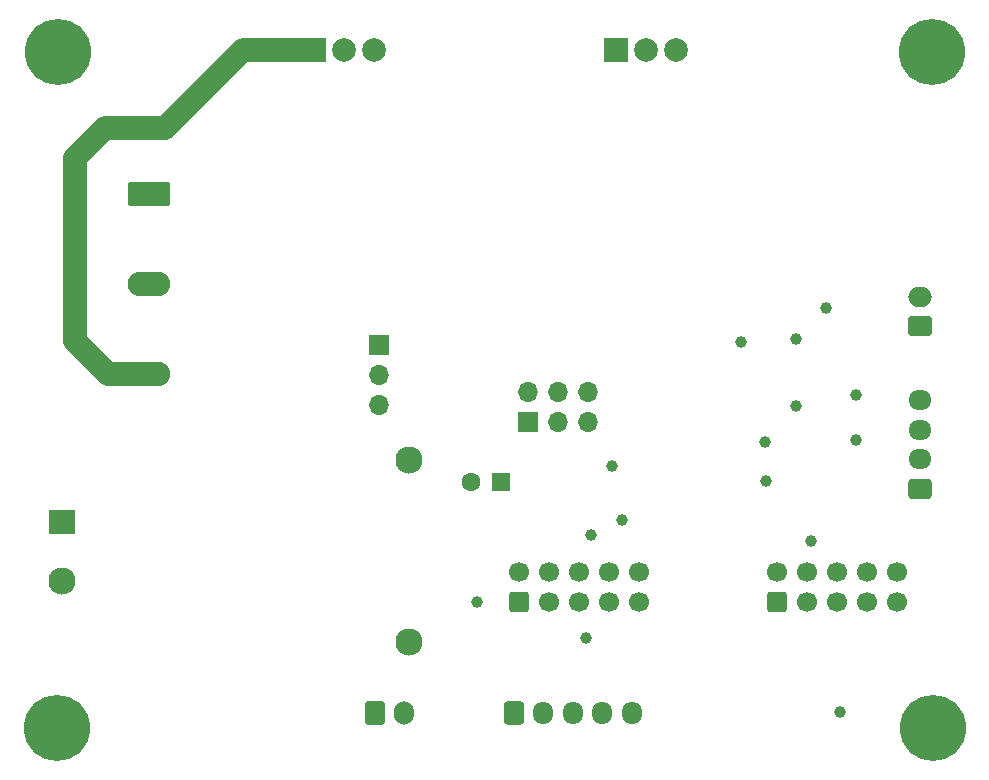
<source format=gbr>
%TF.GenerationSoftware,KiCad,Pcbnew,(6.0.10)*%
%TF.CreationDate,2023-05-17T01:35:15+02:00*%
%TF.ProjectId,spotter,73706f74-7465-4722-9e6b-696361645f70,1.0*%
%TF.SameCoordinates,Original*%
%TF.FileFunction,Soldermask,Bot*%
%TF.FilePolarity,Negative*%
%FSLAX46Y46*%
G04 Gerber Fmt 4.6, Leading zero omitted, Abs format (unit mm)*
G04 Created by KiCad (PCBNEW (6.0.10)) date 2023-05-17 01:35:15*
%MOMM*%
%LPD*%
G01*
G04 APERTURE LIST*
G04 Aperture macros list*
%AMRoundRect*
0 Rectangle with rounded corners*
0 $1 Rounding radius*
0 $2 $3 $4 $5 $6 $7 $8 $9 X,Y pos of 4 corners*
0 Add a 4 corners polygon primitive as box body*
4,1,4,$2,$3,$4,$5,$6,$7,$8,$9,$2,$3,0*
0 Add four circle primitives for the rounded corners*
1,1,$1+$1,$2,$3*
1,1,$1+$1,$4,$5*
1,1,$1+$1,$6,$7*
1,1,$1+$1,$8,$9*
0 Add four rect primitives between the rounded corners*
20,1,$1+$1,$2,$3,$4,$5,0*
20,1,$1+$1,$4,$5,$6,$7,0*
20,1,$1+$1,$6,$7,$8,$9,0*
20,1,$1+$1,$8,$9,$2,$3,0*%
G04 Aperture macros list end*
%ADD10C,2.000000*%
%ADD11C,1.000000*%
%ADD12RoundRect,0.250000X0.600000X-0.600000X0.600000X0.600000X-0.600000X0.600000X-0.600000X-0.600000X0*%
%ADD13C,1.700000*%
%ADD14O,1.700000X1.950000*%
%ADD15RoundRect,0.250000X-0.600000X-0.725000X0.600000X-0.725000X0.600000X0.725000X-0.600000X0.725000X0*%
%ADD16R,1.600000X1.600000*%
%ADD17C,1.600000*%
%ADD18O,1.950000X1.700000*%
%ADD19RoundRect,0.250000X0.725000X-0.600000X0.725000X0.600000X-0.725000X0.600000X-0.725000X-0.600000X0*%
%ADD20C,5.600000*%
%ADD21RoundRect,0.250001X-1.549999X0.799999X-1.549999X-0.799999X1.549999X-0.799999X1.549999X0.799999X0*%
%ADD22O,3.600000X2.100000*%
%ADD23RoundRect,0.250000X0.750000X-0.600000X0.750000X0.600000X-0.750000X0.600000X-0.750000X-0.600000X0*%
%ADD24O,2.000000X1.700000*%
%ADD25R,1.700000X1.700000*%
%ADD26O,1.700000X1.700000*%
%ADD27R,2.300000X2.000000*%
%ADD28C,2.300000*%
%ADD29R,2.000000X2.000000*%
%ADD30C,2.000000*%
%ADD31RoundRect,0.250000X-0.600000X-0.750000X0.600000X-0.750000X0.600000X0.750000X-0.600000X0.750000X0*%
%ADD32O,1.700000X2.000000*%
G04 APERTURE END LIST*
D10*
X108458000Y-93726000D02*
X108458000Y-109220000D01*
X121920000Y-85344000D02*
X116078000Y-91186000D01*
X108458000Y-109220000D02*
X111252000Y-112014000D01*
X121920000Y-85344000D02*
X122682000Y-84582000D01*
X111252000Y-112014000D02*
X114808000Y-112014000D01*
X116078000Y-91186000D02*
X110998000Y-91186000D01*
X128686000Y-84582000D02*
X122682000Y-84582000D01*
X110998000Y-91186000D02*
X108458000Y-93726000D01*
D11*
%TO.C,TP15*%
X153924000Y-119735600D03*
%TD*%
%TO.C,TP14*%
X166979600Y-121056400D03*
%TD*%
%TO.C,TP13*%
X174599600Y-117602000D03*
%TD*%
%TO.C,TP12*%
X174650400Y-113792000D03*
%TD*%
%TO.C,TP11*%
X154787600Y-124307600D03*
%TD*%
%TO.C,TP10*%
X152146000Y-125628400D03*
%TD*%
%TO.C,TP9*%
X169519600Y-109016800D03*
%TD*%
%TO.C,TP8*%
X166928800Y-117703600D03*
%TD*%
%TO.C,TP7*%
X170789600Y-126136400D03*
%TD*%
%TO.C,TP6*%
X169570400Y-114706400D03*
%TD*%
%TO.C,TP5*%
X142494000Y-131318000D03*
%TD*%
%TO.C,TP4*%
X172059600Y-106426000D03*
%TD*%
%TO.C,TP3*%
X151739600Y-134366000D03*
%TD*%
%TO.C,TP2*%
X173228000Y-140614400D03*
%TD*%
%TO.C,TP1*%
X164896800Y-109270800D03*
%TD*%
D12*
%TO.C,EXP1*%
X146050000Y-131308500D03*
D13*
X146050000Y-128768500D03*
X148590000Y-131308500D03*
X148590000Y-128768500D03*
X151130000Y-131308500D03*
X151130000Y-128768500D03*
X153670000Y-131308500D03*
X153670000Y-128768500D03*
X156210000Y-131308500D03*
X156210000Y-128768500D03*
%TD*%
D14*
%TO.C,EXT-ENCODER1*%
X155622000Y-140699000D03*
X153122000Y-140699000D03*
X150622000Y-140699000D03*
X148122000Y-140699000D03*
D15*
X145622000Y-140699000D03*
%TD*%
D16*
%TO.C,C2*%
X144557140Y-121107200D03*
D17*
X142057140Y-121107200D03*
%TD*%
D18*
%TO.C,SMALL-LCD1*%
X180025000Y-114200000D03*
X180025000Y-116700000D03*
X180025000Y-119200000D03*
D19*
X180025000Y-121700000D03*
%TD*%
D20*
%TO.C,REF\u002A\u002A*%
X106934000Y-141986000D03*
%TD*%
D21*
%TO.C,J3*%
X114775500Y-96774000D03*
D22*
X114775500Y-104394000D03*
X114775500Y-112014000D03*
%TD*%
D23*
%TO.C,J2*%
X180000000Y-107950000D03*
D24*
X180000000Y-105450000D03*
%TD*%
D12*
%TO.C,EXP2*%
X167894000Y-131318000D03*
D13*
X167894000Y-128778000D03*
X170434000Y-131318000D03*
X170434000Y-128778000D03*
X172974000Y-131318000D03*
X172974000Y-128778000D03*
X175514000Y-131318000D03*
X175514000Y-128778000D03*
X178054000Y-131318000D03*
X178054000Y-128778000D03*
%TD*%
D25*
%TO.C,UART1*%
X134239000Y-109489000D03*
D26*
X134239000Y-112029000D03*
X134239000Y-114569000D03*
%TD*%
D20*
%TO.C,REF\u002A\u002A*%
X107025000Y-84700000D03*
%TD*%
D27*
%TO.C,PS1*%
X107357500Y-124500000D03*
D28*
X107357500Y-129500000D03*
X136757500Y-119300000D03*
X136757500Y-134700000D03*
%TD*%
D25*
%TO.C,ISP1*%
X146812000Y-116078000D03*
D26*
X146812000Y-113538000D03*
X149352000Y-116078000D03*
X149352000Y-113538000D03*
X151892000Y-116078000D03*
X151892000Y-113538000D03*
%TD*%
D20*
%TO.C,REF\u002A\u002A*%
X181102000Y-141986000D03*
%TD*%
D29*
%TO.C,Q1*%
X154286000Y-84582000D03*
D30*
X156826000Y-84582000D03*
X159366000Y-84582000D03*
%TD*%
D29*
%TO.C,Q2*%
X128686000Y-84582000D03*
D30*
X131226000Y-84582000D03*
X133766000Y-84582000D03*
%TD*%
D31*
%TO.C,J1*%
X133878000Y-140699000D03*
D32*
X136378000Y-140699000D03*
%TD*%
D20*
%TO.C,REF\u002A\u002A*%
X181025000Y-84700000D03*
%TD*%
M02*

</source>
